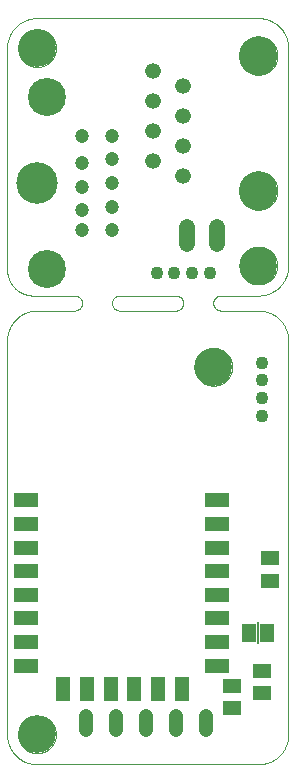
<source format=gbs>
G75*
%MOIN*%
%OFA0B0*%
%FSLAX25Y25*%
%IPPOS*%
%LPD*%
%AMOC8*
5,1,8,0,0,1.08239X$1,22.5*
%
%ADD10C,0.00000*%
%ADD11C,0.12598*%
%ADD12R,0.07874X0.04724*%
%ADD13R,0.04724X0.07874*%
%ADD14R,0.05906X0.05118*%
%ADD15R,0.04600X0.06300*%
%ADD16R,0.00600X0.07200*%
%ADD17C,0.04331*%
%ADD18C,0.05250*%
%ADD19C,0.12800*%
%ADD20C,0.04724*%
%ADD21C,0.13843*%
%ADD22C,0.12661*%
%ADD23C,0.05400*%
%ADD24C,0.04800*%
D10*
X0066345Y0060183D02*
X0066345Y0191433D01*
X0075095Y0206433D02*
X0088845Y0206433D01*
X0088943Y0206431D01*
X0089041Y0206425D01*
X0089139Y0206416D01*
X0089236Y0206402D01*
X0089333Y0206385D01*
X0089429Y0206364D01*
X0089524Y0206339D01*
X0089618Y0206311D01*
X0089710Y0206278D01*
X0089802Y0206243D01*
X0089892Y0206203D01*
X0089980Y0206161D01*
X0090067Y0206114D01*
X0090151Y0206065D01*
X0090234Y0206012D01*
X0090314Y0205956D01*
X0090393Y0205896D01*
X0090469Y0205834D01*
X0090542Y0205769D01*
X0090613Y0205701D01*
X0090681Y0205630D01*
X0090746Y0205557D01*
X0090808Y0205481D01*
X0090868Y0205402D01*
X0090924Y0205322D01*
X0090977Y0205239D01*
X0091026Y0205155D01*
X0091073Y0205068D01*
X0091115Y0204980D01*
X0091155Y0204890D01*
X0091190Y0204798D01*
X0091223Y0204706D01*
X0091251Y0204612D01*
X0091276Y0204517D01*
X0091297Y0204421D01*
X0091314Y0204324D01*
X0091328Y0204227D01*
X0091337Y0204129D01*
X0091343Y0204031D01*
X0091345Y0203933D01*
X0091343Y0203835D01*
X0091337Y0203737D01*
X0091328Y0203639D01*
X0091314Y0203542D01*
X0091297Y0203445D01*
X0091276Y0203349D01*
X0091251Y0203254D01*
X0091223Y0203160D01*
X0091190Y0203068D01*
X0091155Y0202976D01*
X0091115Y0202886D01*
X0091073Y0202798D01*
X0091026Y0202711D01*
X0090977Y0202627D01*
X0090924Y0202544D01*
X0090868Y0202464D01*
X0090808Y0202385D01*
X0090746Y0202309D01*
X0090681Y0202236D01*
X0090613Y0202165D01*
X0090542Y0202097D01*
X0090469Y0202032D01*
X0090393Y0201970D01*
X0090314Y0201910D01*
X0090234Y0201854D01*
X0090151Y0201801D01*
X0090067Y0201752D01*
X0089980Y0201705D01*
X0089892Y0201663D01*
X0089802Y0201623D01*
X0089710Y0201588D01*
X0089618Y0201555D01*
X0089524Y0201527D01*
X0089429Y0201502D01*
X0089333Y0201481D01*
X0089236Y0201464D01*
X0089139Y0201450D01*
X0089041Y0201441D01*
X0088943Y0201435D01*
X0088845Y0201433D01*
X0076345Y0201433D01*
X0076103Y0201430D01*
X0075862Y0201421D01*
X0075621Y0201407D01*
X0075380Y0201386D01*
X0075140Y0201360D01*
X0074900Y0201328D01*
X0074661Y0201290D01*
X0074424Y0201247D01*
X0074187Y0201197D01*
X0073952Y0201142D01*
X0073718Y0201082D01*
X0073486Y0201015D01*
X0073255Y0200944D01*
X0073026Y0200866D01*
X0072799Y0200783D01*
X0072574Y0200695D01*
X0072351Y0200601D01*
X0072131Y0200502D01*
X0071913Y0200397D01*
X0071698Y0200288D01*
X0071485Y0200173D01*
X0071275Y0200053D01*
X0071069Y0199928D01*
X0070865Y0199798D01*
X0070664Y0199663D01*
X0070467Y0199523D01*
X0070273Y0199379D01*
X0070083Y0199230D01*
X0069897Y0199076D01*
X0069714Y0198918D01*
X0069535Y0198756D01*
X0069360Y0198589D01*
X0069189Y0198418D01*
X0069022Y0198243D01*
X0068860Y0198064D01*
X0068702Y0197881D01*
X0068548Y0197695D01*
X0068399Y0197505D01*
X0068255Y0197311D01*
X0068115Y0197114D01*
X0067980Y0196913D01*
X0067850Y0196709D01*
X0067725Y0196503D01*
X0067605Y0196293D01*
X0067490Y0196080D01*
X0067381Y0195865D01*
X0067276Y0195647D01*
X0067177Y0195427D01*
X0067083Y0195204D01*
X0066995Y0194979D01*
X0066912Y0194752D01*
X0066834Y0194523D01*
X0066763Y0194292D01*
X0066696Y0194060D01*
X0066636Y0193826D01*
X0066581Y0193591D01*
X0066531Y0193354D01*
X0066488Y0193117D01*
X0066450Y0192878D01*
X0066418Y0192638D01*
X0066392Y0192398D01*
X0066371Y0192157D01*
X0066357Y0191916D01*
X0066348Y0191675D01*
X0066345Y0191433D01*
X0066345Y0215183D02*
X0066345Y0288933D01*
X0066348Y0289175D01*
X0066357Y0289416D01*
X0066371Y0289657D01*
X0066392Y0289898D01*
X0066418Y0290138D01*
X0066450Y0290378D01*
X0066488Y0290617D01*
X0066531Y0290854D01*
X0066581Y0291091D01*
X0066636Y0291326D01*
X0066696Y0291560D01*
X0066763Y0291792D01*
X0066834Y0292023D01*
X0066912Y0292252D01*
X0066995Y0292479D01*
X0067083Y0292704D01*
X0067177Y0292927D01*
X0067276Y0293147D01*
X0067381Y0293365D01*
X0067490Y0293580D01*
X0067605Y0293793D01*
X0067725Y0294003D01*
X0067850Y0294209D01*
X0067980Y0294413D01*
X0068115Y0294614D01*
X0068255Y0294811D01*
X0068399Y0295005D01*
X0068548Y0295195D01*
X0068702Y0295381D01*
X0068860Y0295564D01*
X0069022Y0295743D01*
X0069189Y0295918D01*
X0069360Y0296089D01*
X0069535Y0296256D01*
X0069714Y0296418D01*
X0069897Y0296576D01*
X0070083Y0296730D01*
X0070273Y0296879D01*
X0070467Y0297023D01*
X0070664Y0297163D01*
X0070865Y0297298D01*
X0071069Y0297428D01*
X0071275Y0297553D01*
X0071485Y0297673D01*
X0071698Y0297788D01*
X0071913Y0297897D01*
X0072131Y0298002D01*
X0072351Y0298101D01*
X0072574Y0298195D01*
X0072799Y0298283D01*
X0073026Y0298366D01*
X0073255Y0298444D01*
X0073486Y0298515D01*
X0073718Y0298582D01*
X0073952Y0298642D01*
X0074187Y0298697D01*
X0074424Y0298747D01*
X0074661Y0298790D01*
X0074900Y0298828D01*
X0075140Y0298860D01*
X0075380Y0298886D01*
X0075621Y0298907D01*
X0075862Y0298921D01*
X0076103Y0298930D01*
X0076345Y0298933D01*
X0150095Y0298933D01*
X0150337Y0298930D01*
X0150578Y0298921D01*
X0150819Y0298907D01*
X0151060Y0298886D01*
X0151300Y0298860D01*
X0151540Y0298828D01*
X0151779Y0298790D01*
X0152016Y0298747D01*
X0152253Y0298697D01*
X0152488Y0298642D01*
X0152722Y0298582D01*
X0152954Y0298515D01*
X0153185Y0298444D01*
X0153414Y0298366D01*
X0153641Y0298283D01*
X0153866Y0298195D01*
X0154089Y0298101D01*
X0154309Y0298002D01*
X0154527Y0297897D01*
X0154742Y0297788D01*
X0154955Y0297673D01*
X0155165Y0297553D01*
X0155371Y0297428D01*
X0155575Y0297298D01*
X0155776Y0297163D01*
X0155973Y0297023D01*
X0156167Y0296879D01*
X0156357Y0296730D01*
X0156543Y0296576D01*
X0156726Y0296418D01*
X0156905Y0296256D01*
X0157080Y0296089D01*
X0157251Y0295918D01*
X0157418Y0295743D01*
X0157580Y0295564D01*
X0157738Y0295381D01*
X0157892Y0295195D01*
X0158041Y0295005D01*
X0158185Y0294811D01*
X0158325Y0294614D01*
X0158460Y0294413D01*
X0158590Y0294209D01*
X0158715Y0294003D01*
X0158835Y0293793D01*
X0158950Y0293580D01*
X0159059Y0293365D01*
X0159164Y0293147D01*
X0159263Y0292927D01*
X0159357Y0292704D01*
X0159445Y0292479D01*
X0159528Y0292252D01*
X0159606Y0292023D01*
X0159677Y0291792D01*
X0159744Y0291560D01*
X0159804Y0291326D01*
X0159859Y0291091D01*
X0159909Y0290854D01*
X0159952Y0290617D01*
X0159990Y0290378D01*
X0160022Y0290138D01*
X0160048Y0289898D01*
X0160069Y0289657D01*
X0160083Y0289416D01*
X0160092Y0289175D01*
X0160095Y0288933D01*
X0160095Y0216433D01*
X0160092Y0216191D01*
X0160083Y0215950D01*
X0160069Y0215709D01*
X0160048Y0215468D01*
X0160022Y0215228D01*
X0159990Y0214988D01*
X0159952Y0214749D01*
X0159909Y0214512D01*
X0159859Y0214275D01*
X0159804Y0214040D01*
X0159744Y0213806D01*
X0159677Y0213574D01*
X0159606Y0213343D01*
X0159528Y0213114D01*
X0159445Y0212887D01*
X0159357Y0212662D01*
X0159263Y0212439D01*
X0159164Y0212219D01*
X0159059Y0212001D01*
X0158950Y0211786D01*
X0158835Y0211573D01*
X0158715Y0211363D01*
X0158590Y0211157D01*
X0158460Y0210953D01*
X0158325Y0210752D01*
X0158185Y0210555D01*
X0158041Y0210361D01*
X0157892Y0210171D01*
X0157738Y0209985D01*
X0157580Y0209802D01*
X0157418Y0209623D01*
X0157251Y0209448D01*
X0157080Y0209277D01*
X0156905Y0209110D01*
X0156726Y0208948D01*
X0156543Y0208790D01*
X0156357Y0208636D01*
X0156167Y0208487D01*
X0155973Y0208343D01*
X0155776Y0208203D01*
X0155575Y0208068D01*
X0155371Y0207938D01*
X0155165Y0207813D01*
X0154955Y0207693D01*
X0154742Y0207578D01*
X0154527Y0207469D01*
X0154309Y0207364D01*
X0154089Y0207265D01*
X0153866Y0207171D01*
X0153641Y0207083D01*
X0153414Y0207000D01*
X0153185Y0206922D01*
X0152954Y0206851D01*
X0152722Y0206784D01*
X0152488Y0206724D01*
X0152253Y0206669D01*
X0152016Y0206619D01*
X0151779Y0206576D01*
X0151540Y0206538D01*
X0151300Y0206506D01*
X0151060Y0206480D01*
X0150819Y0206459D01*
X0150578Y0206445D01*
X0150337Y0206436D01*
X0150095Y0206433D01*
X0137595Y0206433D01*
X0137497Y0206431D01*
X0137399Y0206425D01*
X0137301Y0206416D01*
X0137204Y0206402D01*
X0137107Y0206385D01*
X0137011Y0206364D01*
X0136916Y0206339D01*
X0136822Y0206311D01*
X0136730Y0206278D01*
X0136638Y0206243D01*
X0136548Y0206203D01*
X0136460Y0206161D01*
X0136373Y0206114D01*
X0136289Y0206065D01*
X0136206Y0206012D01*
X0136126Y0205956D01*
X0136047Y0205896D01*
X0135971Y0205834D01*
X0135898Y0205769D01*
X0135827Y0205701D01*
X0135759Y0205630D01*
X0135694Y0205557D01*
X0135632Y0205481D01*
X0135572Y0205402D01*
X0135516Y0205322D01*
X0135463Y0205239D01*
X0135414Y0205155D01*
X0135367Y0205068D01*
X0135325Y0204980D01*
X0135285Y0204890D01*
X0135250Y0204798D01*
X0135217Y0204706D01*
X0135189Y0204612D01*
X0135164Y0204517D01*
X0135143Y0204421D01*
X0135126Y0204324D01*
X0135112Y0204227D01*
X0135103Y0204129D01*
X0135097Y0204031D01*
X0135095Y0203933D01*
X0135097Y0203835D01*
X0135103Y0203737D01*
X0135112Y0203639D01*
X0135126Y0203542D01*
X0135143Y0203445D01*
X0135164Y0203349D01*
X0135189Y0203254D01*
X0135217Y0203160D01*
X0135250Y0203068D01*
X0135285Y0202976D01*
X0135325Y0202886D01*
X0135367Y0202798D01*
X0135414Y0202711D01*
X0135463Y0202627D01*
X0135516Y0202544D01*
X0135572Y0202464D01*
X0135632Y0202385D01*
X0135694Y0202309D01*
X0135759Y0202236D01*
X0135827Y0202165D01*
X0135898Y0202097D01*
X0135971Y0202032D01*
X0136047Y0201970D01*
X0136126Y0201910D01*
X0136206Y0201854D01*
X0136289Y0201801D01*
X0136373Y0201752D01*
X0136460Y0201705D01*
X0136548Y0201663D01*
X0136638Y0201623D01*
X0136730Y0201588D01*
X0136822Y0201555D01*
X0136916Y0201527D01*
X0137011Y0201502D01*
X0137107Y0201481D01*
X0137204Y0201464D01*
X0137301Y0201450D01*
X0137399Y0201441D01*
X0137497Y0201435D01*
X0137595Y0201433D01*
X0150095Y0201433D01*
X0150337Y0201430D01*
X0150578Y0201421D01*
X0150819Y0201407D01*
X0151060Y0201386D01*
X0151300Y0201360D01*
X0151540Y0201328D01*
X0151779Y0201290D01*
X0152016Y0201247D01*
X0152253Y0201197D01*
X0152488Y0201142D01*
X0152722Y0201082D01*
X0152954Y0201015D01*
X0153185Y0200944D01*
X0153414Y0200866D01*
X0153641Y0200783D01*
X0153866Y0200695D01*
X0154089Y0200601D01*
X0154309Y0200502D01*
X0154527Y0200397D01*
X0154742Y0200288D01*
X0154955Y0200173D01*
X0155165Y0200053D01*
X0155371Y0199928D01*
X0155575Y0199798D01*
X0155776Y0199663D01*
X0155973Y0199523D01*
X0156167Y0199379D01*
X0156357Y0199230D01*
X0156543Y0199076D01*
X0156726Y0198918D01*
X0156905Y0198756D01*
X0157080Y0198589D01*
X0157251Y0198418D01*
X0157418Y0198243D01*
X0157580Y0198064D01*
X0157738Y0197881D01*
X0157892Y0197695D01*
X0158041Y0197505D01*
X0158185Y0197311D01*
X0158325Y0197114D01*
X0158460Y0196913D01*
X0158590Y0196709D01*
X0158715Y0196503D01*
X0158835Y0196293D01*
X0158950Y0196080D01*
X0159059Y0195865D01*
X0159164Y0195647D01*
X0159263Y0195427D01*
X0159357Y0195204D01*
X0159445Y0194979D01*
X0159528Y0194752D01*
X0159606Y0194523D01*
X0159677Y0194292D01*
X0159744Y0194060D01*
X0159804Y0193826D01*
X0159859Y0193591D01*
X0159909Y0193354D01*
X0159952Y0193117D01*
X0159990Y0192878D01*
X0160022Y0192638D01*
X0160048Y0192398D01*
X0160069Y0192157D01*
X0160083Y0191916D01*
X0160092Y0191675D01*
X0160095Y0191433D01*
X0160095Y0060183D01*
X0160092Y0059941D01*
X0160083Y0059700D01*
X0160069Y0059459D01*
X0160048Y0059218D01*
X0160022Y0058978D01*
X0159990Y0058738D01*
X0159952Y0058499D01*
X0159909Y0058262D01*
X0159859Y0058025D01*
X0159804Y0057790D01*
X0159744Y0057556D01*
X0159677Y0057324D01*
X0159606Y0057093D01*
X0159528Y0056864D01*
X0159445Y0056637D01*
X0159357Y0056412D01*
X0159263Y0056189D01*
X0159164Y0055969D01*
X0159059Y0055751D01*
X0158950Y0055536D01*
X0158835Y0055323D01*
X0158715Y0055113D01*
X0158590Y0054907D01*
X0158460Y0054703D01*
X0158325Y0054502D01*
X0158185Y0054305D01*
X0158041Y0054111D01*
X0157892Y0053921D01*
X0157738Y0053735D01*
X0157580Y0053552D01*
X0157418Y0053373D01*
X0157251Y0053198D01*
X0157080Y0053027D01*
X0156905Y0052860D01*
X0156726Y0052698D01*
X0156543Y0052540D01*
X0156357Y0052386D01*
X0156167Y0052237D01*
X0155973Y0052093D01*
X0155776Y0051953D01*
X0155575Y0051818D01*
X0155371Y0051688D01*
X0155165Y0051563D01*
X0154955Y0051443D01*
X0154742Y0051328D01*
X0154527Y0051219D01*
X0154309Y0051114D01*
X0154089Y0051015D01*
X0153866Y0050921D01*
X0153641Y0050833D01*
X0153414Y0050750D01*
X0153185Y0050672D01*
X0152954Y0050601D01*
X0152722Y0050534D01*
X0152488Y0050474D01*
X0152253Y0050419D01*
X0152016Y0050369D01*
X0151779Y0050326D01*
X0151540Y0050288D01*
X0151300Y0050256D01*
X0151060Y0050230D01*
X0150819Y0050209D01*
X0150578Y0050195D01*
X0150337Y0050186D01*
X0150095Y0050183D01*
X0076345Y0050183D01*
X0076103Y0050186D01*
X0075862Y0050195D01*
X0075621Y0050209D01*
X0075380Y0050230D01*
X0075140Y0050256D01*
X0074900Y0050288D01*
X0074661Y0050326D01*
X0074424Y0050369D01*
X0074187Y0050419D01*
X0073952Y0050474D01*
X0073718Y0050534D01*
X0073486Y0050601D01*
X0073255Y0050672D01*
X0073026Y0050750D01*
X0072799Y0050833D01*
X0072574Y0050921D01*
X0072351Y0051015D01*
X0072131Y0051114D01*
X0071913Y0051219D01*
X0071698Y0051328D01*
X0071485Y0051443D01*
X0071275Y0051563D01*
X0071069Y0051688D01*
X0070865Y0051818D01*
X0070664Y0051953D01*
X0070467Y0052093D01*
X0070273Y0052237D01*
X0070083Y0052386D01*
X0069897Y0052540D01*
X0069714Y0052698D01*
X0069535Y0052860D01*
X0069360Y0053027D01*
X0069189Y0053198D01*
X0069022Y0053373D01*
X0068860Y0053552D01*
X0068702Y0053735D01*
X0068548Y0053921D01*
X0068399Y0054111D01*
X0068255Y0054305D01*
X0068115Y0054502D01*
X0067980Y0054703D01*
X0067850Y0054907D01*
X0067725Y0055113D01*
X0067605Y0055323D01*
X0067490Y0055536D01*
X0067381Y0055751D01*
X0067276Y0055969D01*
X0067177Y0056189D01*
X0067083Y0056412D01*
X0066995Y0056637D01*
X0066912Y0056864D01*
X0066834Y0057093D01*
X0066763Y0057324D01*
X0066696Y0057556D01*
X0066636Y0057790D01*
X0066581Y0058025D01*
X0066531Y0058262D01*
X0066488Y0058499D01*
X0066450Y0058738D01*
X0066418Y0058978D01*
X0066392Y0059218D01*
X0066371Y0059459D01*
X0066357Y0059700D01*
X0066348Y0059941D01*
X0066345Y0060183D01*
X0070046Y0060183D02*
X0070048Y0060341D01*
X0070054Y0060499D01*
X0070064Y0060657D01*
X0070078Y0060815D01*
X0070096Y0060972D01*
X0070117Y0061129D01*
X0070143Y0061285D01*
X0070173Y0061441D01*
X0070206Y0061596D01*
X0070244Y0061749D01*
X0070285Y0061902D01*
X0070330Y0062054D01*
X0070379Y0062205D01*
X0070432Y0062354D01*
X0070488Y0062502D01*
X0070548Y0062648D01*
X0070612Y0062793D01*
X0070680Y0062936D01*
X0070751Y0063078D01*
X0070825Y0063218D01*
X0070903Y0063355D01*
X0070985Y0063491D01*
X0071069Y0063625D01*
X0071158Y0063756D01*
X0071249Y0063885D01*
X0071344Y0064012D01*
X0071441Y0064137D01*
X0071542Y0064259D01*
X0071646Y0064378D01*
X0071753Y0064495D01*
X0071863Y0064609D01*
X0071976Y0064720D01*
X0072091Y0064829D01*
X0072209Y0064934D01*
X0072330Y0065036D01*
X0072453Y0065136D01*
X0072579Y0065232D01*
X0072707Y0065325D01*
X0072837Y0065415D01*
X0072970Y0065501D01*
X0073105Y0065585D01*
X0073241Y0065664D01*
X0073380Y0065741D01*
X0073521Y0065813D01*
X0073663Y0065883D01*
X0073807Y0065948D01*
X0073953Y0066010D01*
X0074100Y0066068D01*
X0074249Y0066123D01*
X0074399Y0066174D01*
X0074550Y0066221D01*
X0074702Y0066264D01*
X0074855Y0066303D01*
X0075010Y0066339D01*
X0075165Y0066370D01*
X0075321Y0066398D01*
X0075477Y0066422D01*
X0075634Y0066442D01*
X0075792Y0066458D01*
X0075949Y0066470D01*
X0076108Y0066478D01*
X0076266Y0066482D01*
X0076424Y0066482D01*
X0076582Y0066478D01*
X0076741Y0066470D01*
X0076898Y0066458D01*
X0077056Y0066442D01*
X0077213Y0066422D01*
X0077369Y0066398D01*
X0077525Y0066370D01*
X0077680Y0066339D01*
X0077835Y0066303D01*
X0077988Y0066264D01*
X0078140Y0066221D01*
X0078291Y0066174D01*
X0078441Y0066123D01*
X0078590Y0066068D01*
X0078737Y0066010D01*
X0078883Y0065948D01*
X0079027Y0065883D01*
X0079169Y0065813D01*
X0079310Y0065741D01*
X0079449Y0065664D01*
X0079585Y0065585D01*
X0079720Y0065501D01*
X0079853Y0065415D01*
X0079983Y0065325D01*
X0080111Y0065232D01*
X0080237Y0065136D01*
X0080360Y0065036D01*
X0080481Y0064934D01*
X0080599Y0064829D01*
X0080714Y0064720D01*
X0080827Y0064609D01*
X0080937Y0064495D01*
X0081044Y0064378D01*
X0081148Y0064259D01*
X0081249Y0064137D01*
X0081346Y0064012D01*
X0081441Y0063885D01*
X0081532Y0063756D01*
X0081621Y0063625D01*
X0081705Y0063491D01*
X0081787Y0063355D01*
X0081865Y0063218D01*
X0081939Y0063078D01*
X0082010Y0062936D01*
X0082078Y0062793D01*
X0082142Y0062648D01*
X0082202Y0062502D01*
X0082258Y0062354D01*
X0082311Y0062205D01*
X0082360Y0062054D01*
X0082405Y0061902D01*
X0082446Y0061749D01*
X0082484Y0061596D01*
X0082517Y0061441D01*
X0082547Y0061285D01*
X0082573Y0061129D01*
X0082594Y0060972D01*
X0082612Y0060815D01*
X0082626Y0060657D01*
X0082636Y0060499D01*
X0082642Y0060341D01*
X0082644Y0060183D01*
X0082642Y0060025D01*
X0082636Y0059867D01*
X0082626Y0059709D01*
X0082612Y0059551D01*
X0082594Y0059394D01*
X0082573Y0059237D01*
X0082547Y0059081D01*
X0082517Y0058925D01*
X0082484Y0058770D01*
X0082446Y0058617D01*
X0082405Y0058464D01*
X0082360Y0058312D01*
X0082311Y0058161D01*
X0082258Y0058012D01*
X0082202Y0057864D01*
X0082142Y0057718D01*
X0082078Y0057573D01*
X0082010Y0057430D01*
X0081939Y0057288D01*
X0081865Y0057148D01*
X0081787Y0057011D01*
X0081705Y0056875D01*
X0081621Y0056741D01*
X0081532Y0056610D01*
X0081441Y0056481D01*
X0081346Y0056354D01*
X0081249Y0056229D01*
X0081148Y0056107D01*
X0081044Y0055988D01*
X0080937Y0055871D01*
X0080827Y0055757D01*
X0080714Y0055646D01*
X0080599Y0055537D01*
X0080481Y0055432D01*
X0080360Y0055330D01*
X0080237Y0055230D01*
X0080111Y0055134D01*
X0079983Y0055041D01*
X0079853Y0054951D01*
X0079720Y0054865D01*
X0079585Y0054781D01*
X0079449Y0054702D01*
X0079310Y0054625D01*
X0079169Y0054553D01*
X0079027Y0054483D01*
X0078883Y0054418D01*
X0078737Y0054356D01*
X0078590Y0054298D01*
X0078441Y0054243D01*
X0078291Y0054192D01*
X0078140Y0054145D01*
X0077988Y0054102D01*
X0077835Y0054063D01*
X0077680Y0054027D01*
X0077525Y0053996D01*
X0077369Y0053968D01*
X0077213Y0053944D01*
X0077056Y0053924D01*
X0076898Y0053908D01*
X0076741Y0053896D01*
X0076582Y0053888D01*
X0076424Y0053884D01*
X0076266Y0053884D01*
X0076108Y0053888D01*
X0075949Y0053896D01*
X0075792Y0053908D01*
X0075634Y0053924D01*
X0075477Y0053944D01*
X0075321Y0053968D01*
X0075165Y0053996D01*
X0075010Y0054027D01*
X0074855Y0054063D01*
X0074702Y0054102D01*
X0074550Y0054145D01*
X0074399Y0054192D01*
X0074249Y0054243D01*
X0074100Y0054298D01*
X0073953Y0054356D01*
X0073807Y0054418D01*
X0073663Y0054483D01*
X0073521Y0054553D01*
X0073380Y0054625D01*
X0073241Y0054702D01*
X0073105Y0054781D01*
X0072970Y0054865D01*
X0072837Y0054951D01*
X0072707Y0055041D01*
X0072579Y0055134D01*
X0072453Y0055230D01*
X0072330Y0055330D01*
X0072209Y0055432D01*
X0072091Y0055537D01*
X0071976Y0055646D01*
X0071863Y0055757D01*
X0071753Y0055871D01*
X0071646Y0055988D01*
X0071542Y0056107D01*
X0071441Y0056229D01*
X0071344Y0056354D01*
X0071249Y0056481D01*
X0071158Y0056610D01*
X0071069Y0056741D01*
X0070985Y0056875D01*
X0070903Y0057011D01*
X0070825Y0057148D01*
X0070751Y0057288D01*
X0070680Y0057430D01*
X0070612Y0057573D01*
X0070548Y0057718D01*
X0070488Y0057864D01*
X0070432Y0058012D01*
X0070379Y0058161D01*
X0070330Y0058312D01*
X0070285Y0058464D01*
X0070244Y0058617D01*
X0070206Y0058770D01*
X0070173Y0058925D01*
X0070143Y0059081D01*
X0070117Y0059237D01*
X0070096Y0059394D01*
X0070078Y0059551D01*
X0070064Y0059709D01*
X0070054Y0059867D01*
X0070048Y0060025D01*
X0070046Y0060183D01*
X0128796Y0182683D02*
X0128798Y0182841D01*
X0128804Y0182999D01*
X0128814Y0183157D01*
X0128828Y0183315D01*
X0128846Y0183472D01*
X0128867Y0183629D01*
X0128893Y0183785D01*
X0128923Y0183941D01*
X0128956Y0184096D01*
X0128994Y0184249D01*
X0129035Y0184402D01*
X0129080Y0184554D01*
X0129129Y0184705D01*
X0129182Y0184854D01*
X0129238Y0185002D01*
X0129298Y0185148D01*
X0129362Y0185293D01*
X0129430Y0185436D01*
X0129501Y0185578D01*
X0129575Y0185718D01*
X0129653Y0185855D01*
X0129735Y0185991D01*
X0129819Y0186125D01*
X0129908Y0186256D01*
X0129999Y0186385D01*
X0130094Y0186512D01*
X0130191Y0186637D01*
X0130292Y0186759D01*
X0130396Y0186878D01*
X0130503Y0186995D01*
X0130613Y0187109D01*
X0130726Y0187220D01*
X0130841Y0187329D01*
X0130959Y0187434D01*
X0131080Y0187536D01*
X0131203Y0187636D01*
X0131329Y0187732D01*
X0131457Y0187825D01*
X0131587Y0187915D01*
X0131720Y0188001D01*
X0131855Y0188085D01*
X0131991Y0188164D01*
X0132130Y0188241D01*
X0132271Y0188313D01*
X0132413Y0188383D01*
X0132557Y0188448D01*
X0132703Y0188510D01*
X0132850Y0188568D01*
X0132999Y0188623D01*
X0133149Y0188674D01*
X0133300Y0188721D01*
X0133452Y0188764D01*
X0133605Y0188803D01*
X0133760Y0188839D01*
X0133915Y0188870D01*
X0134071Y0188898D01*
X0134227Y0188922D01*
X0134384Y0188942D01*
X0134542Y0188958D01*
X0134699Y0188970D01*
X0134858Y0188978D01*
X0135016Y0188982D01*
X0135174Y0188982D01*
X0135332Y0188978D01*
X0135491Y0188970D01*
X0135648Y0188958D01*
X0135806Y0188942D01*
X0135963Y0188922D01*
X0136119Y0188898D01*
X0136275Y0188870D01*
X0136430Y0188839D01*
X0136585Y0188803D01*
X0136738Y0188764D01*
X0136890Y0188721D01*
X0137041Y0188674D01*
X0137191Y0188623D01*
X0137340Y0188568D01*
X0137487Y0188510D01*
X0137633Y0188448D01*
X0137777Y0188383D01*
X0137919Y0188313D01*
X0138060Y0188241D01*
X0138199Y0188164D01*
X0138335Y0188085D01*
X0138470Y0188001D01*
X0138603Y0187915D01*
X0138733Y0187825D01*
X0138861Y0187732D01*
X0138987Y0187636D01*
X0139110Y0187536D01*
X0139231Y0187434D01*
X0139349Y0187329D01*
X0139464Y0187220D01*
X0139577Y0187109D01*
X0139687Y0186995D01*
X0139794Y0186878D01*
X0139898Y0186759D01*
X0139999Y0186637D01*
X0140096Y0186512D01*
X0140191Y0186385D01*
X0140282Y0186256D01*
X0140371Y0186125D01*
X0140455Y0185991D01*
X0140537Y0185855D01*
X0140615Y0185718D01*
X0140689Y0185578D01*
X0140760Y0185436D01*
X0140828Y0185293D01*
X0140892Y0185148D01*
X0140952Y0185002D01*
X0141008Y0184854D01*
X0141061Y0184705D01*
X0141110Y0184554D01*
X0141155Y0184402D01*
X0141196Y0184249D01*
X0141234Y0184096D01*
X0141267Y0183941D01*
X0141297Y0183785D01*
X0141323Y0183629D01*
X0141344Y0183472D01*
X0141362Y0183315D01*
X0141376Y0183157D01*
X0141386Y0182999D01*
X0141392Y0182841D01*
X0141394Y0182683D01*
X0141392Y0182525D01*
X0141386Y0182367D01*
X0141376Y0182209D01*
X0141362Y0182051D01*
X0141344Y0181894D01*
X0141323Y0181737D01*
X0141297Y0181581D01*
X0141267Y0181425D01*
X0141234Y0181270D01*
X0141196Y0181117D01*
X0141155Y0180964D01*
X0141110Y0180812D01*
X0141061Y0180661D01*
X0141008Y0180512D01*
X0140952Y0180364D01*
X0140892Y0180218D01*
X0140828Y0180073D01*
X0140760Y0179930D01*
X0140689Y0179788D01*
X0140615Y0179648D01*
X0140537Y0179511D01*
X0140455Y0179375D01*
X0140371Y0179241D01*
X0140282Y0179110D01*
X0140191Y0178981D01*
X0140096Y0178854D01*
X0139999Y0178729D01*
X0139898Y0178607D01*
X0139794Y0178488D01*
X0139687Y0178371D01*
X0139577Y0178257D01*
X0139464Y0178146D01*
X0139349Y0178037D01*
X0139231Y0177932D01*
X0139110Y0177830D01*
X0138987Y0177730D01*
X0138861Y0177634D01*
X0138733Y0177541D01*
X0138603Y0177451D01*
X0138470Y0177365D01*
X0138335Y0177281D01*
X0138199Y0177202D01*
X0138060Y0177125D01*
X0137919Y0177053D01*
X0137777Y0176983D01*
X0137633Y0176918D01*
X0137487Y0176856D01*
X0137340Y0176798D01*
X0137191Y0176743D01*
X0137041Y0176692D01*
X0136890Y0176645D01*
X0136738Y0176602D01*
X0136585Y0176563D01*
X0136430Y0176527D01*
X0136275Y0176496D01*
X0136119Y0176468D01*
X0135963Y0176444D01*
X0135806Y0176424D01*
X0135648Y0176408D01*
X0135491Y0176396D01*
X0135332Y0176388D01*
X0135174Y0176384D01*
X0135016Y0176384D01*
X0134858Y0176388D01*
X0134699Y0176396D01*
X0134542Y0176408D01*
X0134384Y0176424D01*
X0134227Y0176444D01*
X0134071Y0176468D01*
X0133915Y0176496D01*
X0133760Y0176527D01*
X0133605Y0176563D01*
X0133452Y0176602D01*
X0133300Y0176645D01*
X0133149Y0176692D01*
X0132999Y0176743D01*
X0132850Y0176798D01*
X0132703Y0176856D01*
X0132557Y0176918D01*
X0132413Y0176983D01*
X0132271Y0177053D01*
X0132130Y0177125D01*
X0131991Y0177202D01*
X0131855Y0177281D01*
X0131720Y0177365D01*
X0131587Y0177451D01*
X0131457Y0177541D01*
X0131329Y0177634D01*
X0131203Y0177730D01*
X0131080Y0177830D01*
X0130959Y0177932D01*
X0130841Y0178037D01*
X0130726Y0178146D01*
X0130613Y0178257D01*
X0130503Y0178371D01*
X0130396Y0178488D01*
X0130292Y0178607D01*
X0130191Y0178729D01*
X0130094Y0178854D01*
X0129999Y0178981D01*
X0129908Y0179110D01*
X0129819Y0179241D01*
X0129735Y0179375D01*
X0129653Y0179511D01*
X0129575Y0179648D01*
X0129501Y0179788D01*
X0129430Y0179930D01*
X0129362Y0180073D01*
X0129298Y0180218D01*
X0129238Y0180364D01*
X0129182Y0180512D01*
X0129129Y0180661D01*
X0129080Y0180812D01*
X0129035Y0180964D01*
X0128994Y0181117D01*
X0128956Y0181270D01*
X0128923Y0181425D01*
X0128893Y0181581D01*
X0128867Y0181737D01*
X0128846Y0181894D01*
X0128828Y0182051D01*
X0128814Y0182209D01*
X0128804Y0182367D01*
X0128798Y0182525D01*
X0128796Y0182683D01*
X0122595Y0201433D02*
X0103845Y0201433D01*
X0103747Y0201435D01*
X0103649Y0201441D01*
X0103551Y0201450D01*
X0103454Y0201464D01*
X0103357Y0201481D01*
X0103261Y0201502D01*
X0103166Y0201527D01*
X0103072Y0201555D01*
X0102980Y0201588D01*
X0102888Y0201623D01*
X0102798Y0201663D01*
X0102710Y0201705D01*
X0102623Y0201752D01*
X0102539Y0201801D01*
X0102456Y0201854D01*
X0102376Y0201910D01*
X0102297Y0201970D01*
X0102221Y0202032D01*
X0102148Y0202097D01*
X0102077Y0202165D01*
X0102009Y0202236D01*
X0101944Y0202309D01*
X0101882Y0202385D01*
X0101822Y0202464D01*
X0101766Y0202544D01*
X0101713Y0202627D01*
X0101664Y0202711D01*
X0101617Y0202798D01*
X0101575Y0202886D01*
X0101535Y0202976D01*
X0101500Y0203068D01*
X0101467Y0203160D01*
X0101439Y0203254D01*
X0101414Y0203349D01*
X0101393Y0203445D01*
X0101376Y0203542D01*
X0101362Y0203639D01*
X0101353Y0203737D01*
X0101347Y0203835D01*
X0101345Y0203933D01*
X0101347Y0204031D01*
X0101353Y0204129D01*
X0101362Y0204227D01*
X0101376Y0204324D01*
X0101393Y0204421D01*
X0101414Y0204517D01*
X0101439Y0204612D01*
X0101467Y0204706D01*
X0101500Y0204798D01*
X0101535Y0204890D01*
X0101575Y0204980D01*
X0101617Y0205068D01*
X0101664Y0205155D01*
X0101713Y0205239D01*
X0101766Y0205322D01*
X0101822Y0205402D01*
X0101882Y0205481D01*
X0101944Y0205557D01*
X0102009Y0205630D01*
X0102077Y0205701D01*
X0102148Y0205769D01*
X0102221Y0205834D01*
X0102297Y0205896D01*
X0102376Y0205956D01*
X0102456Y0206012D01*
X0102539Y0206065D01*
X0102623Y0206114D01*
X0102710Y0206161D01*
X0102798Y0206203D01*
X0102888Y0206243D01*
X0102980Y0206278D01*
X0103072Y0206311D01*
X0103166Y0206339D01*
X0103261Y0206364D01*
X0103357Y0206385D01*
X0103454Y0206402D01*
X0103551Y0206416D01*
X0103649Y0206425D01*
X0103747Y0206431D01*
X0103845Y0206433D01*
X0122595Y0206433D01*
X0122693Y0206431D01*
X0122791Y0206425D01*
X0122889Y0206416D01*
X0122986Y0206402D01*
X0123083Y0206385D01*
X0123179Y0206364D01*
X0123274Y0206339D01*
X0123368Y0206311D01*
X0123460Y0206278D01*
X0123552Y0206243D01*
X0123642Y0206203D01*
X0123730Y0206161D01*
X0123817Y0206114D01*
X0123901Y0206065D01*
X0123984Y0206012D01*
X0124064Y0205956D01*
X0124143Y0205896D01*
X0124219Y0205834D01*
X0124292Y0205769D01*
X0124363Y0205701D01*
X0124431Y0205630D01*
X0124496Y0205557D01*
X0124558Y0205481D01*
X0124618Y0205402D01*
X0124674Y0205322D01*
X0124727Y0205239D01*
X0124776Y0205155D01*
X0124823Y0205068D01*
X0124865Y0204980D01*
X0124905Y0204890D01*
X0124940Y0204798D01*
X0124973Y0204706D01*
X0125001Y0204612D01*
X0125026Y0204517D01*
X0125047Y0204421D01*
X0125064Y0204324D01*
X0125078Y0204227D01*
X0125087Y0204129D01*
X0125093Y0204031D01*
X0125095Y0203933D01*
X0125093Y0203835D01*
X0125087Y0203737D01*
X0125078Y0203639D01*
X0125064Y0203542D01*
X0125047Y0203445D01*
X0125026Y0203349D01*
X0125001Y0203254D01*
X0124973Y0203160D01*
X0124940Y0203068D01*
X0124905Y0202976D01*
X0124865Y0202886D01*
X0124823Y0202798D01*
X0124776Y0202711D01*
X0124727Y0202627D01*
X0124674Y0202544D01*
X0124618Y0202464D01*
X0124558Y0202385D01*
X0124496Y0202309D01*
X0124431Y0202236D01*
X0124363Y0202165D01*
X0124292Y0202097D01*
X0124219Y0202032D01*
X0124143Y0201970D01*
X0124064Y0201910D01*
X0123984Y0201854D01*
X0123901Y0201801D01*
X0123817Y0201752D01*
X0123730Y0201705D01*
X0123642Y0201663D01*
X0123552Y0201623D01*
X0123460Y0201588D01*
X0123368Y0201555D01*
X0123274Y0201527D01*
X0123179Y0201502D01*
X0123083Y0201481D01*
X0122986Y0201464D01*
X0122889Y0201450D01*
X0122791Y0201441D01*
X0122693Y0201435D01*
X0122595Y0201433D01*
X0143796Y0216433D02*
X0143798Y0216591D01*
X0143804Y0216749D01*
X0143814Y0216907D01*
X0143828Y0217065D01*
X0143846Y0217222D01*
X0143867Y0217379D01*
X0143893Y0217535D01*
X0143923Y0217691D01*
X0143956Y0217846D01*
X0143994Y0217999D01*
X0144035Y0218152D01*
X0144080Y0218304D01*
X0144129Y0218455D01*
X0144182Y0218604D01*
X0144238Y0218752D01*
X0144298Y0218898D01*
X0144362Y0219043D01*
X0144430Y0219186D01*
X0144501Y0219328D01*
X0144575Y0219468D01*
X0144653Y0219605D01*
X0144735Y0219741D01*
X0144819Y0219875D01*
X0144908Y0220006D01*
X0144999Y0220135D01*
X0145094Y0220262D01*
X0145191Y0220387D01*
X0145292Y0220509D01*
X0145396Y0220628D01*
X0145503Y0220745D01*
X0145613Y0220859D01*
X0145726Y0220970D01*
X0145841Y0221079D01*
X0145959Y0221184D01*
X0146080Y0221286D01*
X0146203Y0221386D01*
X0146329Y0221482D01*
X0146457Y0221575D01*
X0146587Y0221665D01*
X0146720Y0221751D01*
X0146855Y0221835D01*
X0146991Y0221914D01*
X0147130Y0221991D01*
X0147271Y0222063D01*
X0147413Y0222133D01*
X0147557Y0222198D01*
X0147703Y0222260D01*
X0147850Y0222318D01*
X0147999Y0222373D01*
X0148149Y0222424D01*
X0148300Y0222471D01*
X0148452Y0222514D01*
X0148605Y0222553D01*
X0148760Y0222589D01*
X0148915Y0222620D01*
X0149071Y0222648D01*
X0149227Y0222672D01*
X0149384Y0222692D01*
X0149542Y0222708D01*
X0149699Y0222720D01*
X0149858Y0222728D01*
X0150016Y0222732D01*
X0150174Y0222732D01*
X0150332Y0222728D01*
X0150491Y0222720D01*
X0150648Y0222708D01*
X0150806Y0222692D01*
X0150963Y0222672D01*
X0151119Y0222648D01*
X0151275Y0222620D01*
X0151430Y0222589D01*
X0151585Y0222553D01*
X0151738Y0222514D01*
X0151890Y0222471D01*
X0152041Y0222424D01*
X0152191Y0222373D01*
X0152340Y0222318D01*
X0152487Y0222260D01*
X0152633Y0222198D01*
X0152777Y0222133D01*
X0152919Y0222063D01*
X0153060Y0221991D01*
X0153199Y0221914D01*
X0153335Y0221835D01*
X0153470Y0221751D01*
X0153603Y0221665D01*
X0153733Y0221575D01*
X0153861Y0221482D01*
X0153987Y0221386D01*
X0154110Y0221286D01*
X0154231Y0221184D01*
X0154349Y0221079D01*
X0154464Y0220970D01*
X0154577Y0220859D01*
X0154687Y0220745D01*
X0154794Y0220628D01*
X0154898Y0220509D01*
X0154999Y0220387D01*
X0155096Y0220262D01*
X0155191Y0220135D01*
X0155282Y0220006D01*
X0155371Y0219875D01*
X0155455Y0219741D01*
X0155537Y0219605D01*
X0155615Y0219468D01*
X0155689Y0219328D01*
X0155760Y0219186D01*
X0155828Y0219043D01*
X0155892Y0218898D01*
X0155952Y0218752D01*
X0156008Y0218604D01*
X0156061Y0218455D01*
X0156110Y0218304D01*
X0156155Y0218152D01*
X0156196Y0217999D01*
X0156234Y0217846D01*
X0156267Y0217691D01*
X0156297Y0217535D01*
X0156323Y0217379D01*
X0156344Y0217222D01*
X0156362Y0217065D01*
X0156376Y0216907D01*
X0156386Y0216749D01*
X0156392Y0216591D01*
X0156394Y0216433D01*
X0156392Y0216275D01*
X0156386Y0216117D01*
X0156376Y0215959D01*
X0156362Y0215801D01*
X0156344Y0215644D01*
X0156323Y0215487D01*
X0156297Y0215331D01*
X0156267Y0215175D01*
X0156234Y0215020D01*
X0156196Y0214867D01*
X0156155Y0214714D01*
X0156110Y0214562D01*
X0156061Y0214411D01*
X0156008Y0214262D01*
X0155952Y0214114D01*
X0155892Y0213968D01*
X0155828Y0213823D01*
X0155760Y0213680D01*
X0155689Y0213538D01*
X0155615Y0213398D01*
X0155537Y0213261D01*
X0155455Y0213125D01*
X0155371Y0212991D01*
X0155282Y0212860D01*
X0155191Y0212731D01*
X0155096Y0212604D01*
X0154999Y0212479D01*
X0154898Y0212357D01*
X0154794Y0212238D01*
X0154687Y0212121D01*
X0154577Y0212007D01*
X0154464Y0211896D01*
X0154349Y0211787D01*
X0154231Y0211682D01*
X0154110Y0211580D01*
X0153987Y0211480D01*
X0153861Y0211384D01*
X0153733Y0211291D01*
X0153603Y0211201D01*
X0153470Y0211115D01*
X0153335Y0211031D01*
X0153199Y0210952D01*
X0153060Y0210875D01*
X0152919Y0210803D01*
X0152777Y0210733D01*
X0152633Y0210668D01*
X0152487Y0210606D01*
X0152340Y0210548D01*
X0152191Y0210493D01*
X0152041Y0210442D01*
X0151890Y0210395D01*
X0151738Y0210352D01*
X0151585Y0210313D01*
X0151430Y0210277D01*
X0151275Y0210246D01*
X0151119Y0210218D01*
X0150963Y0210194D01*
X0150806Y0210174D01*
X0150648Y0210158D01*
X0150491Y0210146D01*
X0150332Y0210138D01*
X0150174Y0210134D01*
X0150016Y0210134D01*
X0149858Y0210138D01*
X0149699Y0210146D01*
X0149542Y0210158D01*
X0149384Y0210174D01*
X0149227Y0210194D01*
X0149071Y0210218D01*
X0148915Y0210246D01*
X0148760Y0210277D01*
X0148605Y0210313D01*
X0148452Y0210352D01*
X0148300Y0210395D01*
X0148149Y0210442D01*
X0147999Y0210493D01*
X0147850Y0210548D01*
X0147703Y0210606D01*
X0147557Y0210668D01*
X0147413Y0210733D01*
X0147271Y0210803D01*
X0147130Y0210875D01*
X0146991Y0210952D01*
X0146855Y0211031D01*
X0146720Y0211115D01*
X0146587Y0211201D01*
X0146457Y0211291D01*
X0146329Y0211384D01*
X0146203Y0211480D01*
X0146080Y0211580D01*
X0145959Y0211682D01*
X0145841Y0211787D01*
X0145726Y0211896D01*
X0145613Y0212007D01*
X0145503Y0212121D01*
X0145396Y0212238D01*
X0145292Y0212357D01*
X0145191Y0212479D01*
X0145094Y0212604D01*
X0144999Y0212731D01*
X0144908Y0212860D01*
X0144819Y0212991D01*
X0144735Y0213125D01*
X0144653Y0213261D01*
X0144575Y0213398D01*
X0144501Y0213538D01*
X0144430Y0213680D01*
X0144362Y0213823D01*
X0144298Y0213968D01*
X0144238Y0214114D01*
X0144182Y0214262D01*
X0144129Y0214411D01*
X0144080Y0214562D01*
X0144035Y0214714D01*
X0143994Y0214867D01*
X0143956Y0215020D01*
X0143923Y0215175D01*
X0143893Y0215331D01*
X0143867Y0215487D01*
X0143846Y0215644D01*
X0143828Y0215801D01*
X0143814Y0215959D01*
X0143804Y0216117D01*
X0143798Y0216275D01*
X0143796Y0216433D01*
X0143695Y0241433D02*
X0143697Y0241593D01*
X0143703Y0241752D01*
X0143713Y0241911D01*
X0143727Y0242070D01*
X0143745Y0242229D01*
X0143766Y0242387D01*
X0143792Y0242544D01*
X0143822Y0242701D01*
X0143855Y0242857D01*
X0143893Y0243012D01*
X0143934Y0243166D01*
X0143979Y0243319D01*
X0144028Y0243471D01*
X0144081Y0243622D01*
X0144137Y0243771D01*
X0144198Y0243919D01*
X0144261Y0244065D01*
X0144329Y0244210D01*
X0144400Y0244353D01*
X0144474Y0244494D01*
X0144552Y0244633D01*
X0144634Y0244770D01*
X0144719Y0244905D01*
X0144807Y0245038D01*
X0144899Y0245169D01*
X0144993Y0245297D01*
X0145091Y0245423D01*
X0145192Y0245547D01*
X0145296Y0245668D01*
X0145403Y0245786D01*
X0145513Y0245902D01*
X0145626Y0246015D01*
X0145742Y0246125D01*
X0145860Y0246232D01*
X0145981Y0246336D01*
X0146105Y0246437D01*
X0146231Y0246535D01*
X0146359Y0246629D01*
X0146490Y0246721D01*
X0146623Y0246809D01*
X0146758Y0246894D01*
X0146895Y0246976D01*
X0147034Y0247054D01*
X0147175Y0247128D01*
X0147318Y0247199D01*
X0147463Y0247267D01*
X0147609Y0247330D01*
X0147757Y0247391D01*
X0147906Y0247447D01*
X0148057Y0247500D01*
X0148209Y0247549D01*
X0148362Y0247594D01*
X0148516Y0247635D01*
X0148671Y0247673D01*
X0148827Y0247706D01*
X0148984Y0247736D01*
X0149141Y0247762D01*
X0149299Y0247783D01*
X0149458Y0247801D01*
X0149617Y0247815D01*
X0149776Y0247825D01*
X0149935Y0247831D01*
X0150095Y0247833D01*
X0150255Y0247831D01*
X0150414Y0247825D01*
X0150573Y0247815D01*
X0150732Y0247801D01*
X0150891Y0247783D01*
X0151049Y0247762D01*
X0151206Y0247736D01*
X0151363Y0247706D01*
X0151519Y0247673D01*
X0151674Y0247635D01*
X0151828Y0247594D01*
X0151981Y0247549D01*
X0152133Y0247500D01*
X0152284Y0247447D01*
X0152433Y0247391D01*
X0152581Y0247330D01*
X0152727Y0247267D01*
X0152872Y0247199D01*
X0153015Y0247128D01*
X0153156Y0247054D01*
X0153295Y0246976D01*
X0153432Y0246894D01*
X0153567Y0246809D01*
X0153700Y0246721D01*
X0153831Y0246629D01*
X0153959Y0246535D01*
X0154085Y0246437D01*
X0154209Y0246336D01*
X0154330Y0246232D01*
X0154448Y0246125D01*
X0154564Y0246015D01*
X0154677Y0245902D01*
X0154787Y0245786D01*
X0154894Y0245668D01*
X0154998Y0245547D01*
X0155099Y0245423D01*
X0155197Y0245297D01*
X0155291Y0245169D01*
X0155383Y0245038D01*
X0155471Y0244905D01*
X0155556Y0244770D01*
X0155638Y0244633D01*
X0155716Y0244494D01*
X0155790Y0244353D01*
X0155861Y0244210D01*
X0155929Y0244065D01*
X0155992Y0243919D01*
X0156053Y0243771D01*
X0156109Y0243622D01*
X0156162Y0243471D01*
X0156211Y0243319D01*
X0156256Y0243166D01*
X0156297Y0243012D01*
X0156335Y0242857D01*
X0156368Y0242701D01*
X0156398Y0242544D01*
X0156424Y0242387D01*
X0156445Y0242229D01*
X0156463Y0242070D01*
X0156477Y0241911D01*
X0156487Y0241752D01*
X0156493Y0241593D01*
X0156495Y0241433D01*
X0156493Y0241273D01*
X0156487Y0241114D01*
X0156477Y0240955D01*
X0156463Y0240796D01*
X0156445Y0240637D01*
X0156424Y0240479D01*
X0156398Y0240322D01*
X0156368Y0240165D01*
X0156335Y0240009D01*
X0156297Y0239854D01*
X0156256Y0239700D01*
X0156211Y0239547D01*
X0156162Y0239395D01*
X0156109Y0239244D01*
X0156053Y0239095D01*
X0155992Y0238947D01*
X0155929Y0238801D01*
X0155861Y0238656D01*
X0155790Y0238513D01*
X0155716Y0238372D01*
X0155638Y0238233D01*
X0155556Y0238096D01*
X0155471Y0237961D01*
X0155383Y0237828D01*
X0155291Y0237697D01*
X0155197Y0237569D01*
X0155099Y0237443D01*
X0154998Y0237319D01*
X0154894Y0237198D01*
X0154787Y0237080D01*
X0154677Y0236964D01*
X0154564Y0236851D01*
X0154448Y0236741D01*
X0154330Y0236634D01*
X0154209Y0236530D01*
X0154085Y0236429D01*
X0153959Y0236331D01*
X0153831Y0236237D01*
X0153700Y0236145D01*
X0153567Y0236057D01*
X0153432Y0235972D01*
X0153295Y0235890D01*
X0153156Y0235812D01*
X0153015Y0235738D01*
X0152872Y0235667D01*
X0152727Y0235599D01*
X0152581Y0235536D01*
X0152433Y0235475D01*
X0152284Y0235419D01*
X0152133Y0235366D01*
X0151981Y0235317D01*
X0151828Y0235272D01*
X0151674Y0235231D01*
X0151519Y0235193D01*
X0151363Y0235160D01*
X0151206Y0235130D01*
X0151049Y0235104D01*
X0150891Y0235083D01*
X0150732Y0235065D01*
X0150573Y0235051D01*
X0150414Y0235041D01*
X0150255Y0235035D01*
X0150095Y0235033D01*
X0149935Y0235035D01*
X0149776Y0235041D01*
X0149617Y0235051D01*
X0149458Y0235065D01*
X0149299Y0235083D01*
X0149141Y0235104D01*
X0148984Y0235130D01*
X0148827Y0235160D01*
X0148671Y0235193D01*
X0148516Y0235231D01*
X0148362Y0235272D01*
X0148209Y0235317D01*
X0148057Y0235366D01*
X0147906Y0235419D01*
X0147757Y0235475D01*
X0147609Y0235536D01*
X0147463Y0235599D01*
X0147318Y0235667D01*
X0147175Y0235738D01*
X0147034Y0235812D01*
X0146895Y0235890D01*
X0146758Y0235972D01*
X0146623Y0236057D01*
X0146490Y0236145D01*
X0146359Y0236237D01*
X0146231Y0236331D01*
X0146105Y0236429D01*
X0145981Y0236530D01*
X0145860Y0236634D01*
X0145742Y0236741D01*
X0145626Y0236851D01*
X0145513Y0236964D01*
X0145403Y0237080D01*
X0145296Y0237198D01*
X0145192Y0237319D01*
X0145091Y0237443D01*
X0144993Y0237569D01*
X0144899Y0237697D01*
X0144807Y0237828D01*
X0144719Y0237961D01*
X0144634Y0238096D01*
X0144552Y0238233D01*
X0144474Y0238372D01*
X0144400Y0238513D01*
X0144329Y0238656D01*
X0144261Y0238801D01*
X0144198Y0238947D01*
X0144137Y0239095D01*
X0144081Y0239244D01*
X0144028Y0239395D01*
X0143979Y0239547D01*
X0143934Y0239700D01*
X0143893Y0239854D01*
X0143855Y0240009D01*
X0143822Y0240165D01*
X0143792Y0240322D01*
X0143766Y0240479D01*
X0143745Y0240637D01*
X0143727Y0240796D01*
X0143713Y0240955D01*
X0143703Y0241114D01*
X0143697Y0241273D01*
X0143695Y0241433D01*
X0143695Y0286433D02*
X0143697Y0286593D01*
X0143703Y0286752D01*
X0143713Y0286911D01*
X0143727Y0287070D01*
X0143745Y0287229D01*
X0143766Y0287387D01*
X0143792Y0287544D01*
X0143822Y0287701D01*
X0143855Y0287857D01*
X0143893Y0288012D01*
X0143934Y0288166D01*
X0143979Y0288319D01*
X0144028Y0288471D01*
X0144081Y0288622D01*
X0144137Y0288771D01*
X0144198Y0288919D01*
X0144261Y0289065D01*
X0144329Y0289210D01*
X0144400Y0289353D01*
X0144474Y0289494D01*
X0144552Y0289633D01*
X0144634Y0289770D01*
X0144719Y0289905D01*
X0144807Y0290038D01*
X0144899Y0290169D01*
X0144993Y0290297D01*
X0145091Y0290423D01*
X0145192Y0290547D01*
X0145296Y0290668D01*
X0145403Y0290786D01*
X0145513Y0290902D01*
X0145626Y0291015D01*
X0145742Y0291125D01*
X0145860Y0291232D01*
X0145981Y0291336D01*
X0146105Y0291437D01*
X0146231Y0291535D01*
X0146359Y0291629D01*
X0146490Y0291721D01*
X0146623Y0291809D01*
X0146758Y0291894D01*
X0146895Y0291976D01*
X0147034Y0292054D01*
X0147175Y0292128D01*
X0147318Y0292199D01*
X0147463Y0292267D01*
X0147609Y0292330D01*
X0147757Y0292391D01*
X0147906Y0292447D01*
X0148057Y0292500D01*
X0148209Y0292549D01*
X0148362Y0292594D01*
X0148516Y0292635D01*
X0148671Y0292673D01*
X0148827Y0292706D01*
X0148984Y0292736D01*
X0149141Y0292762D01*
X0149299Y0292783D01*
X0149458Y0292801D01*
X0149617Y0292815D01*
X0149776Y0292825D01*
X0149935Y0292831D01*
X0150095Y0292833D01*
X0150255Y0292831D01*
X0150414Y0292825D01*
X0150573Y0292815D01*
X0150732Y0292801D01*
X0150891Y0292783D01*
X0151049Y0292762D01*
X0151206Y0292736D01*
X0151363Y0292706D01*
X0151519Y0292673D01*
X0151674Y0292635D01*
X0151828Y0292594D01*
X0151981Y0292549D01*
X0152133Y0292500D01*
X0152284Y0292447D01*
X0152433Y0292391D01*
X0152581Y0292330D01*
X0152727Y0292267D01*
X0152872Y0292199D01*
X0153015Y0292128D01*
X0153156Y0292054D01*
X0153295Y0291976D01*
X0153432Y0291894D01*
X0153567Y0291809D01*
X0153700Y0291721D01*
X0153831Y0291629D01*
X0153959Y0291535D01*
X0154085Y0291437D01*
X0154209Y0291336D01*
X0154330Y0291232D01*
X0154448Y0291125D01*
X0154564Y0291015D01*
X0154677Y0290902D01*
X0154787Y0290786D01*
X0154894Y0290668D01*
X0154998Y0290547D01*
X0155099Y0290423D01*
X0155197Y0290297D01*
X0155291Y0290169D01*
X0155383Y0290038D01*
X0155471Y0289905D01*
X0155556Y0289770D01*
X0155638Y0289633D01*
X0155716Y0289494D01*
X0155790Y0289353D01*
X0155861Y0289210D01*
X0155929Y0289065D01*
X0155992Y0288919D01*
X0156053Y0288771D01*
X0156109Y0288622D01*
X0156162Y0288471D01*
X0156211Y0288319D01*
X0156256Y0288166D01*
X0156297Y0288012D01*
X0156335Y0287857D01*
X0156368Y0287701D01*
X0156398Y0287544D01*
X0156424Y0287387D01*
X0156445Y0287229D01*
X0156463Y0287070D01*
X0156477Y0286911D01*
X0156487Y0286752D01*
X0156493Y0286593D01*
X0156495Y0286433D01*
X0156493Y0286273D01*
X0156487Y0286114D01*
X0156477Y0285955D01*
X0156463Y0285796D01*
X0156445Y0285637D01*
X0156424Y0285479D01*
X0156398Y0285322D01*
X0156368Y0285165D01*
X0156335Y0285009D01*
X0156297Y0284854D01*
X0156256Y0284700D01*
X0156211Y0284547D01*
X0156162Y0284395D01*
X0156109Y0284244D01*
X0156053Y0284095D01*
X0155992Y0283947D01*
X0155929Y0283801D01*
X0155861Y0283656D01*
X0155790Y0283513D01*
X0155716Y0283372D01*
X0155638Y0283233D01*
X0155556Y0283096D01*
X0155471Y0282961D01*
X0155383Y0282828D01*
X0155291Y0282697D01*
X0155197Y0282569D01*
X0155099Y0282443D01*
X0154998Y0282319D01*
X0154894Y0282198D01*
X0154787Y0282080D01*
X0154677Y0281964D01*
X0154564Y0281851D01*
X0154448Y0281741D01*
X0154330Y0281634D01*
X0154209Y0281530D01*
X0154085Y0281429D01*
X0153959Y0281331D01*
X0153831Y0281237D01*
X0153700Y0281145D01*
X0153567Y0281057D01*
X0153432Y0280972D01*
X0153295Y0280890D01*
X0153156Y0280812D01*
X0153015Y0280738D01*
X0152872Y0280667D01*
X0152727Y0280599D01*
X0152581Y0280536D01*
X0152433Y0280475D01*
X0152284Y0280419D01*
X0152133Y0280366D01*
X0151981Y0280317D01*
X0151828Y0280272D01*
X0151674Y0280231D01*
X0151519Y0280193D01*
X0151363Y0280160D01*
X0151206Y0280130D01*
X0151049Y0280104D01*
X0150891Y0280083D01*
X0150732Y0280065D01*
X0150573Y0280051D01*
X0150414Y0280041D01*
X0150255Y0280035D01*
X0150095Y0280033D01*
X0149935Y0280035D01*
X0149776Y0280041D01*
X0149617Y0280051D01*
X0149458Y0280065D01*
X0149299Y0280083D01*
X0149141Y0280104D01*
X0148984Y0280130D01*
X0148827Y0280160D01*
X0148671Y0280193D01*
X0148516Y0280231D01*
X0148362Y0280272D01*
X0148209Y0280317D01*
X0148057Y0280366D01*
X0147906Y0280419D01*
X0147757Y0280475D01*
X0147609Y0280536D01*
X0147463Y0280599D01*
X0147318Y0280667D01*
X0147175Y0280738D01*
X0147034Y0280812D01*
X0146895Y0280890D01*
X0146758Y0280972D01*
X0146623Y0281057D01*
X0146490Y0281145D01*
X0146359Y0281237D01*
X0146231Y0281331D01*
X0146105Y0281429D01*
X0145981Y0281530D01*
X0145860Y0281634D01*
X0145742Y0281741D01*
X0145626Y0281851D01*
X0145513Y0281964D01*
X0145403Y0282080D01*
X0145296Y0282198D01*
X0145192Y0282319D01*
X0145091Y0282443D01*
X0144993Y0282569D01*
X0144899Y0282697D01*
X0144807Y0282828D01*
X0144719Y0282961D01*
X0144634Y0283096D01*
X0144552Y0283233D01*
X0144474Y0283372D01*
X0144400Y0283513D01*
X0144329Y0283656D01*
X0144261Y0283801D01*
X0144198Y0283947D01*
X0144137Y0284095D01*
X0144081Y0284244D01*
X0144028Y0284395D01*
X0143979Y0284547D01*
X0143934Y0284700D01*
X0143893Y0284854D01*
X0143855Y0285009D01*
X0143822Y0285165D01*
X0143792Y0285322D01*
X0143766Y0285479D01*
X0143745Y0285637D01*
X0143727Y0285796D01*
X0143713Y0285955D01*
X0143703Y0286114D01*
X0143697Y0286273D01*
X0143695Y0286433D01*
X0070046Y0288933D02*
X0070048Y0289091D01*
X0070054Y0289249D01*
X0070064Y0289407D01*
X0070078Y0289565D01*
X0070096Y0289722D01*
X0070117Y0289879D01*
X0070143Y0290035D01*
X0070173Y0290191D01*
X0070206Y0290346D01*
X0070244Y0290499D01*
X0070285Y0290652D01*
X0070330Y0290804D01*
X0070379Y0290955D01*
X0070432Y0291104D01*
X0070488Y0291252D01*
X0070548Y0291398D01*
X0070612Y0291543D01*
X0070680Y0291686D01*
X0070751Y0291828D01*
X0070825Y0291968D01*
X0070903Y0292105D01*
X0070985Y0292241D01*
X0071069Y0292375D01*
X0071158Y0292506D01*
X0071249Y0292635D01*
X0071344Y0292762D01*
X0071441Y0292887D01*
X0071542Y0293009D01*
X0071646Y0293128D01*
X0071753Y0293245D01*
X0071863Y0293359D01*
X0071976Y0293470D01*
X0072091Y0293579D01*
X0072209Y0293684D01*
X0072330Y0293786D01*
X0072453Y0293886D01*
X0072579Y0293982D01*
X0072707Y0294075D01*
X0072837Y0294165D01*
X0072970Y0294251D01*
X0073105Y0294335D01*
X0073241Y0294414D01*
X0073380Y0294491D01*
X0073521Y0294563D01*
X0073663Y0294633D01*
X0073807Y0294698D01*
X0073953Y0294760D01*
X0074100Y0294818D01*
X0074249Y0294873D01*
X0074399Y0294924D01*
X0074550Y0294971D01*
X0074702Y0295014D01*
X0074855Y0295053D01*
X0075010Y0295089D01*
X0075165Y0295120D01*
X0075321Y0295148D01*
X0075477Y0295172D01*
X0075634Y0295192D01*
X0075792Y0295208D01*
X0075949Y0295220D01*
X0076108Y0295228D01*
X0076266Y0295232D01*
X0076424Y0295232D01*
X0076582Y0295228D01*
X0076741Y0295220D01*
X0076898Y0295208D01*
X0077056Y0295192D01*
X0077213Y0295172D01*
X0077369Y0295148D01*
X0077525Y0295120D01*
X0077680Y0295089D01*
X0077835Y0295053D01*
X0077988Y0295014D01*
X0078140Y0294971D01*
X0078291Y0294924D01*
X0078441Y0294873D01*
X0078590Y0294818D01*
X0078737Y0294760D01*
X0078883Y0294698D01*
X0079027Y0294633D01*
X0079169Y0294563D01*
X0079310Y0294491D01*
X0079449Y0294414D01*
X0079585Y0294335D01*
X0079720Y0294251D01*
X0079853Y0294165D01*
X0079983Y0294075D01*
X0080111Y0293982D01*
X0080237Y0293886D01*
X0080360Y0293786D01*
X0080481Y0293684D01*
X0080599Y0293579D01*
X0080714Y0293470D01*
X0080827Y0293359D01*
X0080937Y0293245D01*
X0081044Y0293128D01*
X0081148Y0293009D01*
X0081249Y0292887D01*
X0081346Y0292762D01*
X0081441Y0292635D01*
X0081532Y0292506D01*
X0081621Y0292375D01*
X0081705Y0292241D01*
X0081787Y0292105D01*
X0081865Y0291968D01*
X0081939Y0291828D01*
X0082010Y0291686D01*
X0082078Y0291543D01*
X0082142Y0291398D01*
X0082202Y0291252D01*
X0082258Y0291104D01*
X0082311Y0290955D01*
X0082360Y0290804D01*
X0082405Y0290652D01*
X0082446Y0290499D01*
X0082484Y0290346D01*
X0082517Y0290191D01*
X0082547Y0290035D01*
X0082573Y0289879D01*
X0082594Y0289722D01*
X0082612Y0289565D01*
X0082626Y0289407D01*
X0082636Y0289249D01*
X0082642Y0289091D01*
X0082644Y0288933D01*
X0082642Y0288775D01*
X0082636Y0288617D01*
X0082626Y0288459D01*
X0082612Y0288301D01*
X0082594Y0288144D01*
X0082573Y0287987D01*
X0082547Y0287831D01*
X0082517Y0287675D01*
X0082484Y0287520D01*
X0082446Y0287367D01*
X0082405Y0287214D01*
X0082360Y0287062D01*
X0082311Y0286911D01*
X0082258Y0286762D01*
X0082202Y0286614D01*
X0082142Y0286468D01*
X0082078Y0286323D01*
X0082010Y0286180D01*
X0081939Y0286038D01*
X0081865Y0285898D01*
X0081787Y0285761D01*
X0081705Y0285625D01*
X0081621Y0285491D01*
X0081532Y0285360D01*
X0081441Y0285231D01*
X0081346Y0285104D01*
X0081249Y0284979D01*
X0081148Y0284857D01*
X0081044Y0284738D01*
X0080937Y0284621D01*
X0080827Y0284507D01*
X0080714Y0284396D01*
X0080599Y0284287D01*
X0080481Y0284182D01*
X0080360Y0284080D01*
X0080237Y0283980D01*
X0080111Y0283884D01*
X0079983Y0283791D01*
X0079853Y0283701D01*
X0079720Y0283615D01*
X0079585Y0283531D01*
X0079449Y0283452D01*
X0079310Y0283375D01*
X0079169Y0283303D01*
X0079027Y0283233D01*
X0078883Y0283168D01*
X0078737Y0283106D01*
X0078590Y0283048D01*
X0078441Y0282993D01*
X0078291Y0282942D01*
X0078140Y0282895D01*
X0077988Y0282852D01*
X0077835Y0282813D01*
X0077680Y0282777D01*
X0077525Y0282746D01*
X0077369Y0282718D01*
X0077213Y0282694D01*
X0077056Y0282674D01*
X0076898Y0282658D01*
X0076741Y0282646D01*
X0076582Y0282638D01*
X0076424Y0282634D01*
X0076266Y0282634D01*
X0076108Y0282638D01*
X0075949Y0282646D01*
X0075792Y0282658D01*
X0075634Y0282674D01*
X0075477Y0282694D01*
X0075321Y0282718D01*
X0075165Y0282746D01*
X0075010Y0282777D01*
X0074855Y0282813D01*
X0074702Y0282852D01*
X0074550Y0282895D01*
X0074399Y0282942D01*
X0074249Y0282993D01*
X0074100Y0283048D01*
X0073953Y0283106D01*
X0073807Y0283168D01*
X0073663Y0283233D01*
X0073521Y0283303D01*
X0073380Y0283375D01*
X0073241Y0283452D01*
X0073105Y0283531D01*
X0072970Y0283615D01*
X0072837Y0283701D01*
X0072707Y0283791D01*
X0072579Y0283884D01*
X0072453Y0283980D01*
X0072330Y0284080D01*
X0072209Y0284182D01*
X0072091Y0284287D01*
X0071976Y0284396D01*
X0071863Y0284507D01*
X0071753Y0284621D01*
X0071646Y0284738D01*
X0071542Y0284857D01*
X0071441Y0284979D01*
X0071344Y0285104D01*
X0071249Y0285231D01*
X0071158Y0285360D01*
X0071069Y0285491D01*
X0070985Y0285625D01*
X0070903Y0285761D01*
X0070825Y0285898D01*
X0070751Y0286038D01*
X0070680Y0286180D01*
X0070612Y0286323D01*
X0070548Y0286468D01*
X0070488Y0286614D01*
X0070432Y0286762D01*
X0070379Y0286911D01*
X0070330Y0287062D01*
X0070285Y0287214D01*
X0070244Y0287367D01*
X0070206Y0287520D01*
X0070173Y0287675D01*
X0070143Y0287831D01*
X0070117Y0287987D01*
X0070096Y0288144D01*
X0070078Y0288301D01*
X0070064Y0288459D01*
X0070054Y0288617D01*
X0070048Y0288775D01*
X0070046Y0288933D01*
X0066345Y0215183D02*
X0066348Y0214972D01*
X0066355Y0214760D01*
X0066368Y0214549D01*
X0066386Y0214339D01*
X0066409Y0214128D01*
X0066437Y0213919D01*
X0066470Y0213710D01*
X0066508Y0213502D01*
X0066551Y0213295D01*
X0066599Y0213089D01*
X0066652Y0212884D01*
X0066710Y0212681D01*
X0066773Y0212479D01*
X0066841Y0212279D01*
X0066914Y0212080D01*
X0066991Y0211883D01*
X0067073Y0211689D01*
X0067160Y0211496D01*
X0067251Y0211305D01*
X0067347Y0211117D01*
X0067448Y0210931D01*
X0067553Y0210747D01*
X0067662Y0210566D01*
X0067776Y0210388D01*
X0067894Y0210212D01*
X0068016Y0210040D01*
X0068142Y0209870D01*
X0068273Y0209704D01*
X0068407Y0209541D01*
X0068546Y0209381D01*
X0068688Y0209224D01*
X0068834Y0209071D01*
X0068983Y0208922D01*
X0069136Y0208776D01*
X0069293Y0208634D01*
X0069453Y0208495D01*
X0069616Y0208361D01*
X0069782Y0208230D01*
X0069952Y0208104D01*
X0070124Y0207982D01*
X0070300Y0207864D01*
X0070478Y0207750D01*
X0070659Y0207641D01*
X0070843Y0207536D01*
X0071029Y0207435D01*
X0071217Y0207339D01*
X0071408Y0207248D01*
X0071601Y0207161D01*
X0071795Y0207079D01*
X0071992Y0207002D01*
X0072191Y0206929D01*
X0072391Y0206861D01*
X0072593Y0206798D01*
X0072796Y0206740D01*
X0073001Y0206687D01*
X0073207Y0206639D01*
X0073414Y0206596D01*
X0073622Y0206558D01*
X0073831Y0206525D01*
X0074040Y0206497D01*
X0074251Y0206474D01*
X0074461Y0206456D01*
X0074672Y0206443D01*
X0074884Y0206436D01*
X0075095Y0206433D01*
D11*
X0076345Y0288933D03*
X0150095Y0216433D03*
X0135095Y0182683D03*
X0076345Y0060183D03*
D12*
X0072566Y0083057D03*
X0072566Y0090931D03*
X0072566Y0098805D03*
X0072566Y0106679D03*
X0072566Y0114553D03*
X0072566Y0122427D03*
X0072566Y0130301D03*
X0072566Y0138175D03*
X0136345Y0138175D03*
X0136345Y0130301D03*
X0136345Y0122427D03*
X0136345Y0114553D03*
X0136345Y0106679D03*
X0136345Y0098805D03*
X0136345Y0090931D03*
X0136345Y0083057D03*
D13*
X0124534Y0075183D03*
X0116660Y0075183D03*
X0108786Y0075183D03*
X0100912Y0075183D03*
X0093038Y0075183D03*
X0085164Y0075183D03*
D14*
X0141345Y0076423D03*
X0141345Y0068943D03*
X0151345Y0073943D03*
X0151345Y0081423D03*
X0153845Y0111443D03*
X0153845Y0118923D03*
D15*
X0153095Y0093933D03*
X0147095Y0093933D03*
D16*
X0150095Y0093933D03*
D17*
X0151345Y0166325D03*
X0151345Y0172230D03*
X0151345Y0178136D03*
X0151345Y0184041D03*
X0133953Y0213933D03*
X0128048Y0213933D03*
X0122142Y0213933D03*
X0116237Y0213933D03*
D18*
X0125095Y0246433D03*
X0125095Y0256433D03*
X0125095Y0266433D03*
X0125095Y0276433D03*
X0115095Y0271433D03*
X0115095Y0261433D03*
X0115095Y0251433D03*
X0115095Y0281433D03*
D19*
X0150095Y0286433D03*
X0150095Y0241433D03*
D20*
X0101266Y0243933D03*
X0101266Y0236059D03*
X0101266Y0228382D03*
X0091424Y0228382D03*
X0091424Y0234878D03*
X0091424Y0242752D03*
X0091424Y0250626D03*
X0091424Y0259484D03*
X0101266Y0259484D03*
X0101266Y0251807D03*
D21*
X0076463Y0243933D03*
D22*
X0079613Y0215390D03*
X0079613Y0272476D03*
D23*
X0126345Y0229133D02*
X0126345Y0223733D01*
X0136345Y0223733D02*
X0136345Y0229133D01*
D24*
X0132595Y0066333D02*
X0132595Y0061533D01*
X0122595Y0061533D02*
X0122595Y0066333D01*
X0112595Y0066333D02*
X0112595Y0061533D01*
X0102595Y0061533D02*
X0102595Y0066333D01*
X0092595Y0066333D02*
X0092595Y0061533D01*
M02*

</source>
